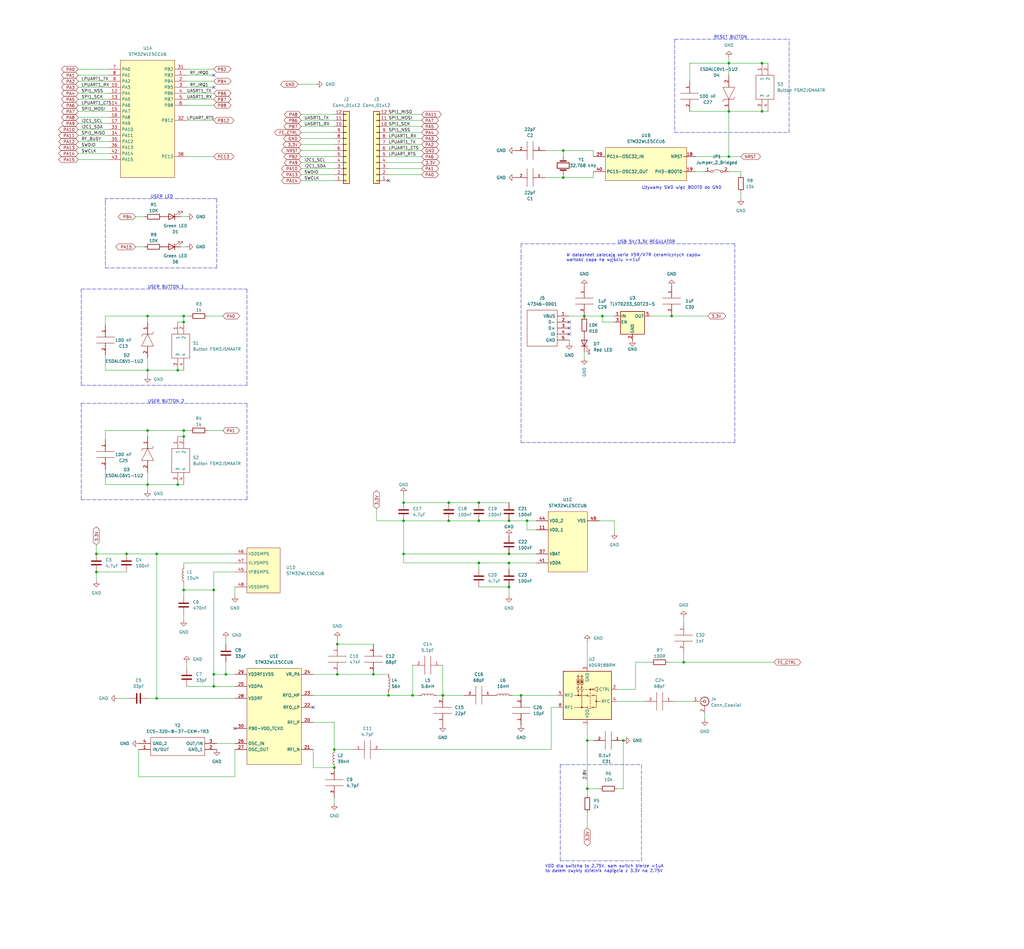
<source format=kicad_sch>
(kicad_sch (version 20211123) (generator eeschema)
  (paper "User" 431.8 400.406)
  (junction (at 307.34 26.67))
  (junction (at 173.99 293.37))
  (junction (at 219.71 293.37))
  (junction (at 74.93 204.47))
  (junction (at 90.17 248.92))
  (junction (at 62.23 181.61))
  (junction (at 214.63 237.49))
  (junction (at 77.47 184.15))
  (junction (at 77.47 135.89))
  (junction (at 66.04 294.64))
  (junction (at 237.49 63.5))
  (junction (at 142.24 284.48))
  (junction (at 307.34 46.99))
  (junction (at 214.63 233.68))
  (junction (at 214.63 219.71))
  (junction (at 62.23 204.47))
  (junction (at 90.17 284.48))
  (junction (at 140.97 316.23))
  (junction (at 189.23 212.09))
  (junction (at 186.69 293.37))
  (junction (at 262.89 312.42))
  (junction (at 254 133.35))
  (junction (at 321.31 46.99))
  (junction (at 77.47 181.61))
  (junction (at 77.47 133.35))
  (junction (at 321.31 26.67))
  (junction (at 40.64 241.3))
  (junction (at 163.83 293.37))
  (junction (at 62.23 133.35))
  (junction (at 142.24 271.78))
  (junction (at 66.04 233.68))
  (junction (at 288.29 279.4))
  (junction (at 77.47 248.92))
  (junction (at 283.21 133.35))
  (junction (at 189.23 219.71))
  (junction (at 140.97 323.85))
  (junction (at 53.34 233.68))
  (junction (at 157.48 284.48))
  (junction (at 74.93 156.21))
  (junction (at 170.18 212.09))
  (junction (at 214.63 247.65))
  (junction (at 62.23 156.21))
  (junction (at 90.17 289.56))
  (junction (at 95.25 284.48))
  (junction (at 170.18 233.68))
  (junction (at 222.25 219.71))
  (junction (at 201.93 212.09))
  (junction (at 246.38 133.35))
  (junction (at 40.64 233.68))
  (junction (at 247.65 312.42))
  (junction (at 307.34 66.04))
  (junction (at 201.93 219.71))
  (junction (at 170.18 219.71))
  (junction (at 237.49 74.93))
  (junction (at 247.65 332.74))
  (junction (at 201.93 237.49))
  (no_connect (at 163.83 76.2))
  (no_connect (at 240.03 135.89))
  (no_connect (at 132.08 298.45))
  (no_connect (at 99.06 307.34))
  (no_connect (at 240.03 138.43))
  (no_connect (at 240.03 140.97))
  (no_connect (at 90.17 31.75))
  (no_connect (at 90.17 36.83))
  (wire (pts (xy 170.18 219.71) (xy 189.23 219.71)))
  (wire (pts (xy 232.41 298.45) (xy 232.41 316.23)))
  (wire (pts (xy 247.65 270.51) (xy 247.65 280.67)))
  (wire (pts (xy 62.23 151.13) (xy 62.23 156.21)))
  (wire (pts (xy 127 55.88) (xy 140.97 55.88)))
  (wire (pts (xy 87.63 181.61) (xy 93.98 181.61)))
  (wire (pts (xy 226.06 223.52) (xy 222.25 223.52)))
  (wire (pts (xy 307.34 46.99) (xy 321.31 46.99)))
  (wire (pts (xy 158.75 219.71) (xy 170.18 219.71)))
  (wire (pts (xy 254 133.35) (xy 254 135.89)))
  (wire (pts (xy 189.23 219.71) (xy 201.93 219.71)))
  (wire (pts (xy 163.83 58.42) (xy 177.8 58.42)))
  (wire (pts (xy 40.64 233.68) (xy 53.34 233.68)))
  (wire (pts (xy 62.23 181.61) (xy 77.47 181.61)))
  (wire (pts (xy 90.17 29.21) (xy 78.74 29.21)))
  (wire (pts (xy 40.64 229.87) (xy 40.64 233.68)))
  (polyline (pts (xy 236.22 322.58) (xy 270.51 322.58)))
  (wire (pts (xy 127 68.58) (xy 140.97 68.58)))
  (polyline (pts (xy 34.29 210.82) (xy 104.14 210.82)))
  (wire (pts (xy 247.65 332.74) (xy 247.65 335.28)))
  (polyline (pts (xy 91.44 113.03) (xy 91.44 83.82)))
  (polyline (pts (xy 270.51 363.22) (xy 270.51 322.58)))
  (wire (pts (xy 132.08 323.85) (xy 140.97 323.85)))
  (wire (pts (xy 260.35 295.91) (xy 271.78 295.91)))
  (wire (pts (xy 62.23 199.39) (xy 62.23 204.47)))
  (wire (pts (xy 33.02 57.15) (xy 45.72 57.15)))
  (wire (pts (xy 127 50.8) (xy 140.97 50.8)))
  (wire (pts (xy 78.74 289.56) (xy 90.17 289.56)))
  (wire (pts (xy 33.02 39.37) (xy 45.72 39.37)))
  (polyline (pts (xy 34.29 121.92) (xy 104.14 121.92)))
  (polyline (pts (xy 34.29 121.92) (xy 34.29 162.56)))
  (wire (pts (xy 33.02 49.53) (xy 45.72 49.53)))
  (wire (pts (xy 312.42 72.39) (xy 312.42 73.66)))
  (wire (pts (xy 77.47 133.35) (xy 77.47 135.89)))
  (wire (pts (xy 99.06 316.23) (xy 99.06 327.66)))
  (wire (pts (xy 78.74 279.4) (xy 78.74 281.94)))
  (polyline (pts (xy 44.45 83.82) (xy 44.45 85.09)))
  (wire (pts (xy 95.25 284.48) (xy 90.17 284.48)))
  (wire (pts (xy 66.04 294.64) (xy 66.04 233.68)))
  (wire (pts (xy 170.18 233.68) (xy 170.18 219.71)))
  (wire (pts (xy 170.18 212.09) (xy 189.23 212.09)))
  (wire (pts (xy 163.83 66.04) (xy 177.8 66.04)))
  (wire (pts (xy 62.23 133.35) (xy 62.23 135.89)))
  (wire (pts (xy 33.02 31.75) (xy 45.72 31.75)))
  (wire (pts (xy 173.99 280.67) (xy 173.99 293.37)))
  (wire (pts (xy 74.93 156.21) (xy 77.47 156.21)))
  (wire (pts (xy 293.37 66.04) (xy 307.34 66.04)))
  (wire (pts (xy 260.35 332.74) (xy 262.89 332.74)))
  (wire (pts (xy 90.17 241.3) (xy 90.17 248.92)))
  (wire (pts (xy 250.19 72.39) (xy 250.19 74.93)))
  (wire (pts (xy 237.49 74.93) (xy 229.87 74.93)))
  (wire (pts (xy 95.25 269.24) (xy 95.25 271.78)))
  (wire (pts (xy 252.73 332.74) (xy 247.65 332.74)))
  (wire (pts (xy 307.34 46.99) (xy 307.34 66.04)))
  (wire (pts (xy 90.17 50.8) (xy 78.74 50.8)))
  (wire (pts (xy 125.73 35.56) (xy 133.35 35.56)))
  (polyline (pts (xy 34.29 170.18) (xy 34.29 210.82)))
  (wire (pts (xy 127 71.12) (xy 140.97 71.12)))
  (wire (pts (xy 78.74 44.45) (xy 90.17 44.45)))
  (wire (pts (xy 66.04 233.68) (xy 99.06 233.68)))
  (wire (pts (xy 161.29 316.23) (xy 232.41 316.23)))
  (wire (pts (xy 288.29 260.35) (xy 288.29 262.89)))
  (polyline (pts (xy 284.48 55.88) (xy 332.74 55.88)))
  (wire (pts (xy 140.97 316.23) (xy 140.97 304.8)))
  (wire (pts (xy 247.65 312.42) (xy 247.65 332.74)))
  (wire (pts (xy 57.15 104.14) (xy 60.96 104.14)))
  (wire (pts (xy 44.45 204.47) (xy 44.45 198.12)))
  (wire (pts (xy 62.23 156.21) (xy 74.93 156.21)))
  (wire (pts (xy 127 66.04) (xy 140.97 66.04)))
  (wire (pts (xy 90.17 39.37) (xy 78.74 39.37)))
  (wire (pts (xy 53.34 241.3) (xy 40.64 241.3)))
  (wire (pts (xy 163.83 50.8) (xy 177.8 50.8)))
  (wire (pts (xy 87.63 133.35) (xy 93.98 133.35)))
  (wire (pts (xy 99.06 241.3) (xy 90.17 241.3)))
  (wire (pts (xy 170.18 208.28) (xy 170.18 212.09)))
  (wire (pts (xy 240.03 133.35) (xy 246.38 133.35)))
  (polyline (pts (xy 219.71 102.87) (xy 219.71 107.95)))
  (wire (pts (xy 95.25 279.4) (xy 95.25 284.48)))
  (wire (pts (xy 163.83 63.5) (xy 177.8 63.5)))
  (wire (pts (xy 247.65 342.9) (xy 247.65 349.25)))
  (wire (pts (xy 170.18 237.49) (xy 170.18 233.68)))
  (wire (pts (xy 90.17 36.83) (xy 78.74 36.83)))
  (wire (pts (xy 90.17 34.29) (xy 78.74 34.29)))
  (wire (pts (xy 163.83 53.34) (xy 177.8 53.34)))
  (wire (pts (xy 78.74 91.44) (xy 76.2 91.44)))
  (wire (pts (xy 40.64 241.3) (xy 40.64 245.11)))
  (polyline (pts (xy 219.71 107.95) (xy 219.71 186.69)))
  (wire (pts (xy 44.45 204.47) (xy 62.23 204.47)))
  (wire (pts (xy 201.93 219.71) (xy 214.63 219.71)))
  (polyline (pts (xy 44.45 85.09) (xy 44.45 113.03)))
  (wire (pts (xy 44.45 156.21) (xy 62.23 156.21)))
  (wire (pts (xy 33.02 67.31) (xy 45.72 67.31)))
  (wire (pts (xy 237.49 66.04) (xy 237.49 63.5)))
  (wire (pts (xy 74.93 184.15) (xy 77.47 184.15)))
  (wire (pts (xy 90.17 284.48) (xy 90.17 248.92)))
  (wire (pts (xy 259.08 219.71) (xy 259.08 224.79)))
  (wire (pts (xy 127 73.66) (xy 140.97 73.66)))
  (wire (pts (xy 214.63 219.71) (xy 222.25 219.71)))
  (wire (pts (xy 163.83 55.88) (xy 177.8 55.88)))
  (wire (pts (xy 140.97 304.8) (xy 132.08 304.8)))
  (wire (pts (xy 33.02 29.21) (xy 45.72 29.21)))
  (wire (pts (xy 78.74 104.14) (xy 76.2 104.14)))
  (wire (pts (xy 62.23 156.21) (xy 62.23 158.75)))
  (wire (pts (xy 127 76.2) (xy 140.97 76.2)))
  (wire (pts (xy 312.42 81.28) (xy 312.42 83.82)))
  (polyline (pts (xy 284.48 16.51) (xy 332.74 16.51)))
  (wire (pts (xy 53.34 233.68) (xy 66.04 233.68)))
  (wire (pts (xy 290.83 46.99) (xy 307.34 46.99)))
  (wire (pts (xy 247.65 312.42) (xy 250.19 312.42)))
  (wire (pts (xy 163.83 71.12) (xy 177.8 71.12)))
  (wire (pts (xy 127 60.96) (xy 140.97 60.96)))
  (wire (pts (xy 250.19 66.04) (xy 250.19 63.5)))
  (wire (pts (xy 307.34 66.04) (xy 312.42 66.04)))
  (wire (pts (xy 297.18 303.53) (xy 297.18 300.99)))
  (wire (pts (xy 288.29 279.4) (xy 288.29 275.59)))
  (wire (pts (xy 99.06 284.48) (xy 95.25 284.48)))
  (wire (pts (xy 142.24 284.48) (xy 157.48 284.48)))
  (wire (pts (xy 321.31 46.99) (xy 323.85 46.99)))
  (wire (pts (xy 132.08 284.48) (xy 142.24 284.48)))
  (wire (pts (xy 274.32 133.35) (xy 283.21 133.35)))
  (wire (pts (xy 186.69 293.37) (xy 195.58 293.37)))
  (wire (pts (xy 44.45 156.21) (xy 44.45 149.86)))
  (wire (pts (xy 33.02 64.77) (xy 45.72 64.77)))
  (wire (pts (xy 226.06 237.49) (xy 214.63 237.49)))
  (wire (pts (xy 77.47 181.61) (xy 77.47 184.15)))
  (polyline (pts (xy 219.71 186.69) (xy 309.88 186.69)))
  (wire (pts (xy 99.06 247.65) (xy 99.06 251.46)))
  (wire (pts (xy 215.9 293.37) (xy 219.71 293.37)))
  (wire (pts (xy 77.47 246.38) (xy 77.47 248.92)))
  (wire (pts (xy 77.47 259.08) (xy 77.47 261.62)))
  (wire (pts (xy 77.47 133.35) (xy 80.01 133.35)))
  (wire (pts (xy 284.48 295.91) (xy 292.1 295.91)))
  (wire (pts (xy 237.49 63.5) (xy 250.19 63.5)))
  (wire (pts (xy 321.31 26.67) (xy 323.85 26.67)))
  (wire (pts (xy 78.74 66.04) (xy 90.17 66.04)))
  (wire (pts (xy 281.94 279.4) (xy 288.29 279.4)))
  (wire (pts (xy 74.93 135.89) (xy 77.47 135.89)))
  (wire (pts (xy 33.02 62.23) (xy 45.72 62.23)))
  (wire (pts (xy 163.83 73.66) (xy 177.8 73.66)))
  (wire (pts (xy 189.23 212.09) (xy 201.93 212.09)))
  (wire (pts (xy 49.53 294.64) (xy 54.61 294.64)))
  (wire (pts (xy 91.44 313.69) (xy 99.06 313.69)))
  (wire (pts (xy 214.63 233.68) (xy 170.18 233.68)))
  (wire (pts (xy 246.38 133.35) (xy 254 133.35)))
  (polyline (pts (xy 236.22 363.22) (xy 270.51 363.22)))
  (wire (pts (xy 288.29 279.4) (xy 326.39 279.4)))
  (wire (pts (xy 33.02 34.29) (xy 45.72 34.29)))
  (wire (pts (xy 132.08 316.23) (xy 132.08 323.85)))
  (wire (pts (xy 157.48 284.48) (xy 163.83 284.48)))
  (wire (pts (xy 44.45 181.61) (xy 62.23 181.61)))
  (wire (pts (xy 99.06 294.64) (xy 66.04 294.64)))
  (polyline (pts (xy 332.74 55.88) (xy 332.74 16.51)))
  (wire (pts (xy 240.03 143.51) (xy 240.03 144.78)))
  (polyline (pts (xy 284.48 16.51) (xy 284.48 55.88)))
  (wire (pts (xy 201.93 237.49) (xy 201.93 240.03)))
  (wire (pts (xy 142.24 271.78) (xy 157.48 271.78)))
  (wire (pts (xy 260.35 290.83) (xy 267.97 290.83)))
  (wire (pts (xy 214.63 237.49) (xy 201.93 237.49)))
  (wire (pts (xy 58.42 327.66) (xy 58.42 316.23)))
  (wire (pts (xy 140.97 316.23) (xy 148.59 316.23)))
  (polyline (pts (xy 34.29 162.56) (xy 104.14 162.56)))
  (wire (pts (xy 201.93 237.49) (xy 170.18 237.49)))
  (wire (pts (xy 33.02 36.83) (xy 45.72 36.83)))
  (wire (pts (xy 74.93 204.47) (xy 77.47 204.47)))
  (wire (pts (xy 237.49 74.93) (xy 237.49 73.66)))
  (wire (pts (xy 99.06 289.56) (xy 90.17 289.56)))
  (wire (pts (xy 77.47 237.49) (xy 99.06 237.49)))
  (wire (pts (xy 290.83 34.29) (xy 290.83 26.67)))
  (wire (pts (xy 90.17 289.56) (xy 90.17 284.48)))
  (wire (pts (xy 186.69 280.67) (xy 186.69 293.37)))
  (wire (pts (xy 307.34 24.13) (xy 307.34 26.67)))
  (wire (pts (xy 214.63 237.49) (xy 214.63 240.03)))
  (wire (pts (xy 90.17 41.91) (xy 78.74 41.91)))
  (wire (pts (xy 214.63 247.65) (xy 214.63 251.46)))
  (wire (pts (xy 77.47 181.61) (xy 80.01 181.61)))
  (wire (pts (xy 33.02 54.61) (xy 45.72 54.61)))
  (wire (pts (xy 237.49 63.5) (xy 229.87 63.5)))
  (wire (pts (xy 77.47 237.49) (xy 77.47 238.76)))
  (wire (pts (xy 173.99 293.37) (xy 176.53 293.37)))
  (wire (pts (xy 201.93 247.65) (xy 214.63 247.65)))
  (polyline (pts (xy 34.29 170.18) (xy 104.14 170.18)))
  (wire (pts (xy 158.75 214.63) (xy 158.75 219.71)))
  (wire (pts (xy 62.23 294.64) (xy 66.04 294.64)))
  (wire (pts (xy 163.83 293.37) (xy 173.99 293.37)))
  (wire (pts (xy 163.83 48.26) (xy 177.8 48.26)))
  (wire (pts (xy 201.93 212.09) (xy 214.63 212.09)))
  (wire (pts (xy 62.23 181.61) (xy 62.23 184.15)))
  (wire (pts (xy 254 133.35) (xy 259.08 133.35)))
  (wire (pts (xy 222.25 219.71) (xy 226.06 219.71)))
  (wire (pts (xy 252.73 219.71) (xy 259.08 219.71)))
  (wire (pts (xy 33.02 59.69) (xy 45.72 59.69)))
  (wire (pts (xy 237.49 74.93) (xy 250.19 74.93)))
  (wire (pts (xy 163.83 292.1) (xy 163.83 293.37)))
  (wire (pts (xy 62.23 204.47) (xy 74.93 204.47)))
  (wire (pts (xy 259.08 135.89) (xy 254 135.89)))
  (wire (pts (xy 262.89 332.74) (xy 262.89 312.42)))
  (wire (pts (xy 33.02 46.99) (xy 45.72 46.99)))
  (wire (pts (xy 246.38 151.13) (xy 246.38 148.59)))
  (polyline (pts (xy 104.14 210.82) (xy 104.14 170.18)))
  (wire (pts (xy 307.34 26.67) (xy 321.31 26.67)))
  (wire (pts (xy 142.24 269.24) (xy 142.24 271.78)))
  (wire (pts (xy 62.23 133.35) (xy 77.47 133.35)))
  (wire (pts (xy 267.97 290.83) (xy 267.97 279.4)))
  (wire (pts (xy 222.25 223.52) (xy 222.25 219.71)))
  (wire (pts (xy 290.83 26.67) (xy 307.34 26.67)))
  (wire (pts (xy 127 58.42) (xy 140.97 58.42)))
  (wire (pts (xy 140.97 336.55) (xy 140.97 339.09)))
  (wire (pts (xy 33.02 44.45) (xy 45.72 44.45)))
  (wire (pts (xy 99.06 327.66) (xy 58.42 327.66)))
  (wire (pts (xy 214.63 233.68) (xy 226.06 233.68)))
  (wire (pts (xy 90.17 248.92) (xy 77.47 248.92)))
  (wire (pts (xy 33.02 41.91) (xy 45.72 41.91)))
  (wire (pts (xy 132.08 293.37) (xy 163.83 293.37)))
  (polyline (pts (xy 309.88 102.87) (xy 219.71 102.87)))
  (wire (pts (xy 307.34 26.67) (xy 307.34 31.75)))
  (wire (pts (xy 127 53.34) (xy 140.97 53.34)))
  (wire (pts (xy 57.15 91.44) (xy 60.96 91.44)))
  (polyline (pts (xy 44.45 113.03) (xy 91.44 113.03)))
  (wire (pts (xy 62.23 204.47) (xy 62.23 207.01)))
  (wire (pts (xy 163.83 60.96) (xy 177.8 60.96)))
  (wire (pts (xy 307.34 72.39) (xy 312.42 72.39)))
  (polyline (pts (xy 104.14 162.56) (xy 104.14 121.92)))
  (polyline (pts (xy 91.44 83.82) (xy 44.45 83.82)))
  (polyline (pts (xy 309.88 186.69) (xy 309.88 102.87)))
  (wire (pts (xy 90.17 31.75) (xy 78.74 31.75)))
  (wire (pts (xy 267.97 279.4) (xy 274.32 279.4)))
  (wire (pts (xy 44.45 185.42) (xy 44.45 181.61)))
  (wire (pts (xy 247.65 306.07) (xy 247.65 312.42)))
  (wire (pts (xy 127 63.5) (xy 140.97 63.5)))
  (wire (pts (xy 77.47 248.92) (xy 77.47 251.46)))
  (wire (pts (xy 184.15 293.37) (xy 186.69 293.37)))
  (wire (pts (xy 234.95 298.45) (xy 232.41 298.45)))
  (wire (pts (xy 283.21 133.35) (xy 298.45 133.35)))
  (wire (pts (xy 127 48.26) (xy 140.97 48.26)))
  (wire (pts (xy 44.45 137.16) (xy 44.45 133.35)))
  (wire (pts (xy 163.83 68.58) (xy 177.8 68.58)))
  (wire (pts (xy 293.37 72.39) (xy 297.18 72.39)))
  (wire (pts (xy 44.45 133.35) (xy 62.23 133.35)))
  (wire (pts (xy 33.02 52.07) (xy 45.72 52.07)))
  (wire (pts (xy 219.71 293.37) (xy 234.95 293.37)))
  (polyline (pts (xy 236.22 322.58) (xy 236.22 363.22)))
  (text "W datasheet zalecają serie X5R/X7R ceramicznych capów\nwartość capa na wyjściu >=1uF" (at 238.76 110.49 0) (effects (font (size 1.27 1.27)) (justify left bottom)))
  (text "Używamy SWD więc BOOT0 do GND" (at 270.51 80.01 0) (effects (font (size 1.27 1.27)) (justify left bottom)))
  (text "USER BUTTON 2\n" (at 62.23 170.18 0) (effects (font (size 1.27 1.27)) (justify left bottom)))
  (text "RESET BUTTON" (at 300.99 16.51 0) (effects (font (size 1.27 1.27)) (justify left bottom)))
  (text "USER LED" (at 63.5 83.82 0) (effects (font (size 1.27 1.27)) (justify left bottom)))
  (text "USB 5V/3.3V REGULATOR" (at 260.35 102.87 0) (effects (font (size 1.27 1.27)) (justify left bottom)))
  (text "USER BUTTON 1\n" (at 62.23 121.92 0) (effects (font (size 1.27 1.27)) (justify left bottom)))
  (text "VDD dla switcha to 2.75V, sam switch bierze <1uA\nto dałem zwykły dzielnik napięcia z 3.3V na 2.75V" (at 229.87 368.3 0) (effects (font (size 1.27 1.27)) (justify left bottom)))
  (label "I2C1_SDA" (at 34.29 54.61 0))
  (label "LPUART1_CTS" (at 34.29 44.45 0))
  (label "LPUART1_TX" (at 163.83 60.96 0))
  (label "LPUART1_CTS" (at 163.83 63.5 0))
  (label "SWCLK" (at 34.29 64.77 0))
  (label "LPUART_RTS" (at 163.83 66.04 0))
  (label "SPI1_MOSI" (at 163.83 50.8 0))
  (label "RF_IRQ0" (at 80.01 31.75 0))
  (label "LPUART1_RX" (at 34.29 36.83 0))
  (label "SPI1_SCK" (at 163.83 53.34 0))
  (label "UASRT1_RX" (at 78.74 41.91 0))
  (label "SPI1_MISO" (at 163.83 48.26 0))
  (label "SPI1_NSS" (at 163.83 55.88 0))
  (label "SWDIO" (at 128.27 73.66 0))
  (label "SWCLK" (at 128.27 76.2 0))
  (label "I2C1_SCL" (at 128.27 68.58 0))
  (label "LPUART_RTS" (at 78.74 50.8 0))
  (label "SPI1_MISO" (at 34.29 57.15 0))
  (label "LPUART1_TX" (at 34.29 34.29 0))
  (label "SPI1_MOSI" (at 34.29 46.99 0))
  (label "LPUART1_RX" (at 163.83 58.42 0))
  (label "2.8V" (at 247.65 328.93 90))
  (label "I2C1_SDA" (at 128.377 71.12 0))
  (label "I2C1_SCL" (at 34.29 52.07 0))
  (label "RF_BUSY" (at 34.29 59.69 0))
  (label "SPI1_SCK" (at 34.29 41.91 0))
  (label "UASRT1_TX" (at 78.74 39.37 0))
  (label "UASRT1_TX" (at 128.27 50.8 0))
  (label "SWDIO" (at 34.29 62.23 0))
  (label "SPI1_NSS" (at 34.29 39.37 0))
  (label "RF_IRQ1" (at 80.01 36.83 0))
  (label "UASRT1_RX" (at 128.27 53.34 0))
  (global_label "PA0" (shape bidirectional) (at 33.02 29.21 180) (property "Intersheet References" "${INTERSHEET_REFS}" (effects hide)))
  (global_label "PA5" (shape bidirectional) (at 177.8 53.34 0) (property "Intersheet References" "${INTERSHEET_REFS}" (effects hide)))
  (global_label "PB4" (shape bidirectional) (at 90.17 34.29 0) (property "Intersheet References" "${INTERSHEET_REFS}" (effects hide)))
  (global_label "PA0" (shape bidirectional) (at 93.98 133.35 0) (property "Intersheet References" "${INTERSHEET_REFS}" (effects hide)))
  (global_label "PB8" (shape bidirectional) (at 90.17 44.45 0) (property "Intersheet References" "${INTERSHEET_REFS}" (effects hide)))
  (global_label "PA4" (shape bidirectional) (at 177.8 55.88 0) (property "Intersheet References" "${INTERSHEET_REFS}" (effects hide)))
  (global_label "PA9" (shape bidirectional) (at 127 68.58 180) (property "Intersheet References" "${INTERSHEET_REFS}" (effects hide)))
  (global_label "NRST" (shape bidirectional) (at 312.42 66.04 0) (property "Intersheet References" "${INTERSHEET_REFS}" (effects hide)))
  (global_label "PA12" (shape bidirectional) (at 33.02 59.69 180) (property "Intersheet References" "${INTERSHEET_REFS}" (effects hide)))
  (global_label "PB7" (shape bidirectional) (at 127 53.34 180) (property "Intersheet References" "${INTERSHEET_REFS}" (effects hide)))
  (global_label "PA10" (shape bidirectional) (at 127 71.12 180) (property "Intersheet References" "${INTERSHEET_REFS}" (effects hide)))
  (global_label "PB2" (shape bidirectional) (at 127 66.04 180) (property "Intersheet References" "${INTERSHEET_REFS}" (effects hide)))
  (global_label "PB2" (shape bidirectional) (at 90.17 29.21 0) (property "Intersheet References" "${INTERSHEET_REFS}" (effects hide)))
  (global_label "PA4" (shape bidirectional) (at 33.02 39.37 180) (property "Intersheet References" "${INTERSHEET_REFS}" (effects hide)))
  (global_label "PA7" (shape bidirectional) (at 33.02 46.99 180) (property "Intersheet References" "${INTERSHEET_REFS}" (effects hide)))
  (global_label "FE_CTRL" (shape bidirectional) (at 127 55.88 180) (property "Intersheet References" "${INTERSHEET_REFS}" (effects hide)))
  (global_label "PA10" (shape bidirectional) (at 33.02 54.61 180) (property "Intersheet References" "${INTERSHEET_REFS}" (effects hide)))
  (global_label "PB6" (shape bidirectional) (at 127 50.8 180) (property "Intersheet References" "${INTERSHEET_REFS}" (effects hide)))
  (global_label "PA9" (shape bidirectional) (at 33.02 52.07 180) (property "Intersheet References" "${INTERSHEET_REFS}" (effects hide)))
  (global_label "PA7" (shape bidirectional) (at 177.8 50.8 0) (property "Intersheet References" "${INTERSHEET_REFS}" (effects hide)))
  (global_label "PA1" (shape bidirectional) (at 177.8 71.12 0) (property "Intersheet References" "${INTERSHEET_REFS}" (effects hide)))
  (global_label "PA3" (shape bidirectional) (at 177.8 58.42 0) (property "Intersheet References" "${INTERSHEET_REFS}" (effects hide)))
  (global_label "PC13" (shape bidirectional) (at 90.17 66.04 0) (property "Intersheet References" "${INTERSHEET_REFS}" (effects hide)))
  (global_label "PA6" (shape bidirectional) (at 177.8 66.04 0) (property "Intersheet References" "${INTERSHEET_REFS}" (effects hide)))
  (global_label "PA13" (shape bidirectional) (at 127 73.66 180) (property "Intersheet References" "${INTERSHEET_REFS}" (effects hide)))
  (global_label "PA1" (shape bidirectional) (at 33.02 31.75 180) (property "Intersheet References" "${INTERSHEET_REFS}" (effects hide)))
  (global_label "PA14" (shape bidirectional) (at 33.02 64.77 180) (property "Intersheet References" "${INTERSHEET_REFS}" (effects hide)))
  (global_label "PA8" (shape bidirectional) (at 127 48.26 180) (property "Intersheet References" "${INTERSHEET_REFS}" (effects hide)))
  (global_label "PB12" (shape bidirectional) (at 90.17 50.8 0) (property "Intersheet References" "${INTERSHEET_REFS}" (effects hide)))
  (global_label "3.3V" (shape bidirectional) (at 158.75 214.63 90) (property "Intersheet References" "${INTERSHEET_REFS}" (effects hide)))
  (global_label "PA14" (shape bidirectional) (at 127 76.2 180) (property "Intersheet References" "${INTERSHEET_REFS}" (effects hide)))
  (global_label "PA3" (shape bidirectional) (at 33.02 36.83 180) (property "Intersheet References" "${INTERSHEET_REFS}" (effects hide)))
  (global_label "3.3V" (shape bidirectional) (at 127 60.96 180) (property "Intersheet References" "${INTERSHEET_REFS}" (effects hide)))
  (global_label "PA13" (shape bidirectional) (at 33.02 62.23 180) (property "Intersheet References" "${INTERSHEET_REFS}" (effects hide)))
  (global_label "PA2" (shape bidirectional) (at 177.8 60.96 0) (property "Intersheet References" "${INTERSHEET_REFS}" (effects hide)))
  (global_label "PA15" (shape bidirectional) (at 33.02 67.31 180) (property "Intersheet References" "${INTERSHEET_REFS}" (effects hide)))
  (global_label "PB4" (shape bidirectional) (at 57.15 91.44 180) (property "Intersheet References" "${INTERSHEET_REFS}" (effects hide)))
  (global_label "PA11" (shape bidirectional) (at 33.02 57.15 180) (property "Intersheet References" "${INTERSHEET_REFS}" (effects hide)))
  (global_label "PB6" (shape bidirectional) (at 90.17 39.37 0) (property "Intersheet References" "${INTERSHEET_REFS}" (effects hide)))
  (global_label "GND" (shape bidirectional) (at 125.73 35.56 180) (property "Intersheet References" "${INTERSHEET_REFS}" (effects hide)))
  (global_label "NRST" (shape bidirectional) (at 127 63.5 180) (property "Intersheet References" "${INTERSHEET_REFS}" (effects hide)))
  (global_label "GND" (shape bidirectional) (at 127 58.42 180) (property "Intersheet References" "${INTERSHEET_REFS}" (effects hide)))
  (global_label "3.3V" (shape bidirectional) (at 247.65 349.25 270) (property "Intersheet References" "${INTERSHEET_REFS}" (effects hide)))
  (global_label "3.3V" (shape bidirectional) (at 177.8 68.58 0) (property "Intersheet References" "${INTERSHEET_REFS}" (effects hide)))
  (global_label "PA0" (shape bidirectional) (at 177.8 73.66 0) (property "Intersheet References" "${INTERSHEET_REFS}" (effects hide)))
  (global_label "PA2" (shape bidirectional) (at 33.02 34.29 180) (property "Intersheet References" "${INTERSHEET_REFS}" (effects hide)))
  (global_label "GND" (shape bidirectional) (at 177.8 63.5 0) (property "Intersheet References" "${INTERSHEET_REFS}" (effects hide)))
  (global_label "PA15" (shape bidirectional) (at 57.15 104.14 180) (property "Intersheet References" "${INTERSHEET_REFS}" (effects hide)))
  (global_label "PB7" (shape bidirectional) (at 90.17 41.91 0) (property "Intersheet References" "${INTERSHEET_REFS}" (effects hide)))
  (global_label "PA6" (shape bidirectional) (at 33.02 44.45 180) (property "Intersheet References" "${INTERSHEET_REFS}" (effects hide)))
  (global_label "FE_CTRL" (shape bidirectional) (at 326.39 279.4 0) (property "Intersheet References" "${INTERSHEET_REFS}" (effects hide)))
  (global_label "PA8" (shape bidirectional) (at 33.02 49.53 180) (property "Intersheet References" "${INTERSHEET_REFS}" (effects hide)))
  (global_label "PA11" (shape bidirectional) (at 177.8 48.26 0) (property "Intersheet References" "${INTERSHEET_REFS}" (effects hide)))
  (global_label "3.3V" (shape bidirectional) (at 40.64 229.87 90) (property "Intersheet References" "${INTERSHEET_REFS}" (effects hide)))
  (global_label "PA5" (shape bidirectional) (at 33.02 41.91 180) (property "Intersheet References" "${INTERSHEET_REFS}" (effects hide)))
  (global_label "3.3V" (shape bidirectional) (at 298.45 133.35 0) (property "Intersheet References" "${INTERSHEET_REFS}" (effects hide)))
  (global_label "PA1" (shape bidirectional) (at 93.98 181.61 0) (property "Intersheet References" "${INTERSHEET_REFS}" (effects hide)))
  (symbol (lib_id "pspice:CAP") (at 278.13 295.91 270) (unit 1)
    (property "Reference" "C24" (at 278.13 287.02 90))
    (property "Value" "68pF" (at 278.13 289.56 90))
    (property "Footprint" "Capacitor_SMD:C_0603_1608Metric_Pad1.08x0.95mm_HandSolder" (effects hide))
  )
  (symbol (lib_id "pspice:CAP") (at 44.45 143.51 0) (unit 1)
    (property "Reference" "C13" (at 52.07 146.05 0))
    (property "Value" "100 nF" (at 52.07 143.51 0))
    (property "Footprint" "Capacitor_SMD:C_0603_1608Metric_Pad1.08x0.95mm_HandSolder" (effects hide))
  )
  (symbol (lib_id "Device:LED") (at 246.38 144.78 90) (unit 1)
    (property "Reference" "D7" (at 250.19 145.0974 90) (effects (justify right)))
    (property "Value" "Red LED" (at 250.19 147.6374 90) (effects (justify right)))
    (property "Footprint" "LED_SMD:LED_0603_1608Metric_Pad1.05x0.95mm_HandSolder" (effects hide))
  )
  (symbol (lib_id "Device:R") (at 247.65 339.09 0) (unit 1)
    (property "Reference" "R5" (at 250.19 337.8199 0) (effects (justify left)))
    (property "Value" "2k" (at 250.19 340.3599 0) (effects (justify left)))
    (property "Footprint" "Resistor_SMD:R_0603_1608Metric_Pad0.98x0.95mm_HandSolder" (effects hide))
  )
  (symbol (lib_id "power:GND") (at 142.24 269.24 180) (unit 1)
    (property "Reference" "#PWR0133" (effects hide))
    (property "Value" "GND" (at 142.24 264.16 0))
  )
  (symbol (lib_id "pspice:CAP") (at 186.69 299.72 180) (unit 1)
    (property "Reference" "C15" (at 191.77 298.45 0) (effects (justify right)))
    (property "Value" "22pF" (at 191.77 300.9899 0) (effects (justify right)))
    (property "Footprint" "Capacitor_SMD:C_0603_1608Metric_Pad1.08x0.95mm_HandSolder" (effects hide))
  )
  (symbol (lib_id "power:GND") (at 133.35 35.56 90) (unit 1)
    (property "Reference" "#PWR0120" (effects hide))
    (property "Value" "GND" (at 137.16 35.5599 90) (effects (justify right)))
  )
  (symbol (lib_id "power:GND") (at 49.53 294.64 270) (unit 1)
    (property "Reference" "#PWR0107" (effects hide))
    (property "Value" "GND" (at 45.72 294.6399 90) (effects (justify right)))
  )
  (symbol (lib_id "Device:C") (at 214.63 243.84 0) (unit 1)
    (property "Reference" "C23" (at 218.44 242.5699 0) (effects (justify left)))
    (property "Value" "100nF" (at 218.44 245.1099 0) (effects (justify left)))
    (property "Footprint" "Capacitor_SMD:C_0603_1608Metric_Pad1.08x0.95mm_HandSolder" (effects hide))
  )
  (symbol (lib_id "STM32WL_lib:STM32WLE5CCU6") (at 251.46 60.96 0) (unit 2)
    (property "Reference" "U1" (at 272.415 57.15 0))
    (property "Value" "STM32WLE5CCU6" (at 272.415 59.69 0))
    (property "Footprint" "SamacSys_Parts:QFN50P700X700X60-49N-D" (effects hide))
  )
  (symbol (lib_id "Device:C") (at 214.63 229.87 0) (unit 1)
    (property "Reference" "C22" (at 218.44 228.5999 0) (effects (justify left)))
    (property "Value" "100nF" (at 218.44 231.1399 0) (effects (justify left)))
    (property "Footprint" "Capacitor_SMD:C_0603_1608Metric_Pad1.08x0.95mm_HandSolder" (effects hide))
  )
  (symbol (lib_id "power:GND") (at 307.34 24.13 180) (unit 1)
    (property "Reference" "#PWR0134" (effects hide))
    (property "Value" "GND" (at 307.34 19.05 0))
  )
  (symbol (lib_id "SamacSys_Parts:FSM2JSMAATR") (at 321.31 46.99 90) (unit 1)
    (property "Reference" "S3" (at 327.66 35.5599 90) (effects (justify right)))
    (property "Value" "Button FSM2JSMAATR" (at 327.66 38.0999 90) (effects (justify right)))
    (property "Footprint" "FSM2J_1" (effects hide))
    (property "Datasheet" "http://www.te.com/commerce/DocumentDelivery/DDEController?Action=showdoc&DocId=Customer+Drawing%7F2-1437565-7%7FV%7Fpdf%7FEnglish%7FENG_CD_2-1437565-7_V.pdf%7F2-1437565-9" (effects hide))
    (property "Description" "Tactile switch,SMT,SPST,raised white act" (effects hide))
    (property "Mouser Part Number" "506-FSM2JSMAATR" (effects hide))
    (property "Mouser Price/Stock" "https://www.mouser.co.uk/ProductDetail/TE-Connectivity-Alcoswitch/FSM2JSMAATR?qs=g%252BEszo6zu8MKdISiZRITCQ%3D%3D" (effects hide))
    (property "Manufacturer_Name" "TE Connectivity" (effects hide))
    (property "Manufacturer_Part_Number" "FSM2JSMAATR" (effects hide))
  )
  (symbol (lib_id "power:GND") (at 219.71 306.07 0) (unit 1)
    (property "Reference" "#PWR0132" (effects hide))
    (property "Value" "GND" (at 219.71 311.15 0))
  )
  (symbol (lib_id "Device:C") (at 40.64 237.49 0) (unit 1)
    (property "Reference" "C3" (at 44.45 236.2199 0) (effects (justify left)))
    (property "Value" "4.7uF" (at 44.45 238.7599 0) (effects (justify left)))
    (property "Footprint" "Capacitor_SMD:C_0603_1608Metric_Pad1.08x0.95mm_HandSolder" (effects hide))
  )
  (symbol (lib_id "pspice:CAP") (at 223.52 63.5 270) (unit 1)
    (property "Reference" "C2" (at 223.52 57.15 90))
    (property "Value" "22pF" (at 223.52 54.61 90))
    (property "Footprint" "Capacitor_SMD:CP_Elec_3x5.3" (effects hide))
  )
  (symbol (lib_id "power:GND") (at 240.03 144.78 0) (unit 1)
    (property "Reference" "#PWR0129" (effects hide))
    (property "Value" "GND" (at 240.03 149.86 0))
  )
  (symbol (lib_id "Device:C") (at 214.63 215.9 0) (unit 1)
    (property "Reference" "C21" (at 218.44 214.6299 0) (effects (justify left)))
    (property "Value" "100nF" (at 218.44 217.1699 0) (effects (justify left)))
    (property "Footprint" "Capacitor_SMD:C_0603_1608Metric_Pad1.08x0.95mm_HandSolder" (effects hide))
  )
  (symbol (lib_id "Device:R") (at 256.54 332.74 90) (unit 1)
    (property "Reference" "R6" (at 256.54 326.39 90))
    (property "Value" "10k" (at 256.54 328.93 90))
    (property "Footprint" "Resistor_SMD:R_0603_1608Metric_Pad0.98x0.95mm_HandSolder" (effects hide))
  )
  (symbol (lib_id "pspice:CAP") (at 288.29 269.24 0) (unit 1)
    (property "Reference" "C32" (at 293.37 267.9699 0) (effects (justify left)))
    (property "Value" "1nF" (at 293.37 270.5099 0) (effects (justify left)))
    (property "Footprint" "Capacitor_SMD:C_0603_1608Metric_Pad1.08x0.95mm_HandSolder" (effects hide))
  )
  (symbol (lib_id "Device:L") (at 163.83 288.29 0) (unit 1)
    (property "Reference" "L4" (at 165.1 287.0199 0) (effects (justify left)))
    (property "Value" "56n" (at 165.1 289.5599 0) (effects (justify left)))
    (property "Footprint" "Inductor_SMD:L_0603_1608Metric_Pad1.05x0.95mm_HandSolder" (effects hide))
  )
  (symbol (lib_id "STM32WL_lib:STM32WLE5CCU6") (at 90.17 228.6 0) (unit 4)
    (property "Reference" "U1" (at 120.65 239.3949 0) (effects (justify left)))
    (property "Value" "STM32WLE5CCU6" (at 120.65 241.9349 0) (effects (justify left)))
    (property "Footprint" "SamacSys_Parts:QFN50P700X700X60-49N-D" (effects hide))
  )
  (symbol (lib_id "power:GND") (at 262.89 312.42 90) (unit 1)
    (property "Reference" "#PWR0117" (effects hide))
    (property "Value" "GND" (at 266.7 312.4199 90) (effects (justify right)))
  )
  (symbol (lib_id "power:GND") (at 99.06 251.46 0) (unit 1)
    (property "Reference" "#PWR0111" (effects hide))
    (property "Value" "GND" (at 99.06 256.54 0))
  )
  (symbol (lib_id "Device:C") (at 201.93 215.9 0) (unit 1)
    (property "Reference" "C19" (at 205.74 214.6299 0) (effects (justify left)))
    (property "Value" "100nF" (at 205.74 217.1699 0) (effects (justify left)))
    (property "Footprint" "Capacitor_SMD:C_0603_1608Metric_Pad1.08x0.95mm_HandSolder" (effects hide))
  )
  (symbol (lib_id "SamacSys_Parts:ECS-320-8-37-CKM-TR3") (at 58.42 313.69 0) (unit 1)
    (property "Reference" "Y2" (at 74.93 306.07 0))
    (property "Value" "ECS-320-8-37-CKM-TR3" (at 74.93 308.61 0))
    (property "Footprint" "SamacSys_Parts:ECS320837CKMTR3" (effects hide))
    (property "Description" "Crystals 32.000 MHz, CL 8 pF TOL +/-10 ppm, STAB +/-10 ppm, -20 +70 C ECX-1637 2.0x1.6 mm ESR 60O RoHS" (effects hide))
    (property "Height" "0.55" (effects hide))
    (property "Mouser Part Number" "520-ECS-320837CKMTR3" (effects hide))
    (property "Mouser Price/Stock" "https://www.mouser.co.uk/ProductDetail/ECS/ECS-320-8-37-CKM-TR3?qs=Wj%2FVkw3K%252BMA6yOTc3kdDxg%3D%3D" (effects hide))
    (property "Manufacturer_Name" "ECS" (effects hide))
    (property "Manufacturer_Part_Number" "ECS-320-8-37-CKM-TR3" (effects hide))
  )
  (symbol (lib_id "pspice:CAP") (at 219.71 299.72 180) (unit 1)
    (property "Reference" "C26" (at 224.79 298.45 0) (effects (justify right)))
    (property "Value" "10pF" (at 224.79 300.9899 0) (effects (justify right)))
    (property "Footprint" "Capacitor_SMD:C_0603_1608Metric_Pad1.08x0.95mm_HandSolder" (effects hide))
  )
  (symbol (lib_id "pspice:CAP") (at 180.34 280.67 270) (unit 1)
    (property "Reference" "C14" (at 180.34 271.78 90))
    (property "Value" "5.1pF" (at 180.34 274.32 90))
    (property "Footprint" "Capacitor_SMD:C_0603_1608Metric_Pad1.08x0.95mm_HandSolder" (effects hide))
  )
  (symbol (lib_id "SamacSys_Parts:ESDALC6V1-1U2") (at 307.34 46.99 90) (unit 1)
    (property "Reference" "D4" (at 303.53 31.75 90) (effects (justify left)))
    (property "Value" "ESDALC6V1-1U2" (at 311.15 29.21 90) (effects (justify left)))
    (property "Footprint" "ESDALC6V11U2" (effects hide))
    (property "Datasheet" "http://www.st.com/web/en/resource/technical/document/datasheet/CD00212838.pdf" (effects hide))
    (property "Description" "STMicroelectronics ESDALC6V1-1U2, Uni-Directional TVS Diode, 20W, 2-Pin ST-0201" (effects hide))
    (property "Height" "0" (effects hide))
    (property "Mouser Part Number" "511-ESDALC6V1-1U2" (effects hide))
    (property "Mouser Price/Stock" "https://www.mouser.co.uk/ProductDetail/STMicroelectronics/ESDALC6V1-1U2?qs=dgCJ4P5xKlbGZPjlSTLhTA%3D%3D" (effects hide))
    (property "Manufacturer_Name" "STMicroelectronics" (effects hide))
    (property "Manufacturer_Part_Number" "ESDALC6V1-1U2" (effects hide))
  )
  (symbol (lib_id "Device:C") (at 189.23 215.9 0) (unit 1)
    (property "Reference" "C18" (at 193.04 214.6299 0) (effects (justify left)))
    (property "Value" "100nF" (at 193.04 217.1699 0) (effects (justify left)))
    (property "Footprint" "Capacitor_SMD:C_0603_1608Metric_Pad1.08x0.95mm_HandSolder" (effects hide))
  )
  (symbol (lib_id "Device:C") (at 170.18 215.9 0) (unit 1)
    (property "Reference" "C17" (at 173.99 214.6299 0) (effects (justify left)))
    (property "Value" "4.7uF" (at 173.99 217.1699 0) (effects (justify left)))
    (property "Footprint" "Capacitor_SMD:C_0603_1608Metric_Pad1.08x0.95mm_HandSolder" (effects hide))
  )
  (symbol (lib_id "pspice:CAP") (at 201.93 293.37 270) (unit 1)
    (property "Reference" "C16" (at 201.93 284.48 90))
    (property "Value" "68pF" (at 201.93 287.02 90))
    (property "Footprint" "Capacitor_SMD:C_0603_1608Metric_Pad1.08x0.95mm_HandSolder" (effects hide))
  )
  (symbol (lib_id "Regulator_Linear:TLV70233_SOT23-5") (at 266.7 135.89 0) (unit 1)
    (property "Reference" "U3" (at 266.7 125.73 0))
    (property "Value" "TLV70233_SOT23-5" (at 266.7 128.27 0))
    (property "Footprint" "Package_TO_SOT_SMD:SOT-23-5" (effects hide))
    (property "Datasheet" "http://www.ti.com/lit/ds/symlink/tlv702.pdf" (effects hide))
  )
  (symbol (lib_id "Device:L") (at 77.47 242.57 180) (unit 1)
    (property "Reference" "L1" (at 78.74 241.2999 0) (effects (justify right)))
    (property "Value" "15uH" (at 78.74 243.8399 0) (effects (justify right)))
    (property "Footprint" "Inductor_SMD:L_0603_1608Metric_Pad1.05x0.95mm_HandSolder" (effects hide))
  )
  (symbol (lib_id "Device:C") (at 58.42 294.64 270) (unit 1)
    (property "Reference" "C5" (at 58.42 287.02 90))
    (property "Value" "33pF" (at 58.42 289.56 90))
    (property "Footprint" "Capacitor_SMD:C_0603_1608Metric_Pad1.08x0.95mm_HandSolder" (effects hide))
  )
  (symbol (lib_id "power:GND") (at 217.17 74.93 270) (unit 1)
    (property "Reference" "#PWR0103" (effects hide))
    (property "Value" "GND" (at 213.36 74.9301 90) (effects (justify right)))
  )
  (symbol (lib_id "power:GND") (at 58.42 313.69 270) (unit 1)
    (property "Reference" "#PWR0104" (effects hide))
    (property "Value" "GND" (at 54.61 313.6899 90) (effects (justify right)))
  )
  (symbol (lib_id "Connector:Conn_Coaxial") (at 297.18 295.91 0) (unit 1)
    (property "Reference" "J4" (at 299.72 294.9331 0) (effects (justify left)))
    (property "Value" "Conn_Coaxial" (at 299.72 297.4731 0) (effects (justify left)))
    (property "Footprint" "Connector_Coaxial:SMA_Molex_73251-1153_EdgeMount_Horizontal" (effects hide))
    (property "Datasheet" " ~" (effects hide))
  )
  (symbol (lib_id "Device:LED") (at 72.39 104.14 180) (unit 1)
    (property "Reference" "D6" (at 73.9775 110.49 0))
    (property "Value" "Green LED" (at 73.9775 107.95 0))
    (property "Footprint" "LED_SMD:LED_0603_1608Metric_Pad1.05x0.95mm_HandSolder" (effects hide))
  )
  (symbol (lib_id "SamacSys_Parts:ESDALC6V1-1U2") (at 62.23 184.15 270) (unit 1)
    (property "Reference" "D3" (at 52.07 198.12 90) (effects (justify left)))
    (property "Value" "ESDALC6V1-1U2" (at 44.45 200.66 90) (effects (justify left)))
    (property "Footprint" "ESDALC6V11U2" (effects hide))
    (property "Datasheet" "http://www.st.com/web/en/resource/technical/document/datasheet/CD00212838.pdf" (effects hide))
    (property "Description" "STMicroelectronics ESDALC6V1-1U2, Uni-Directional TVS Diode, 20W, 2-Pin ST-0201" (effects hide))
    (property "Height" "0" (effects hide))
    (property "Mouser Part Number" "511-ESDALC6V1-1U2" (effects hide))
    (property "Mouser Price/Stock" "https://www.mouser.co.uk/ProductDetail/STMicroelectronics/ESDALC6V1-1U2?qs=dgCJ4P5xKlbGZPjlSTLhTA%3D%3D" (effects hide))
    (property "Manufacturer_Name" "STMicroelectronics" (effects hide))
    (property "Manufacturer_Part_Number" "ESDALC6V1-1U2" (effects hide))
  )
  (symbol (lib_id "pspice:CAP") (at 283.21 127 0) (unit 1)
    (property "Reference" "C30" (at 290.83 129.54 0))
    (property "Value" "1uF" (at 290.83 127 0))
    (property "Footprint" "Capacitor_SMD:C_0603_1608Metric_Pad1.08x0.95mm_HandSolder" (effects hide))
  )
  (symbol (lib_id "SamacSys_Parts:FSM2JSMAATR") (at 74.93 204.47 90) (unit 1)
    (property "Reference" "S2" (at 81.28 193.0399 90) (effects (justify right)))
    (property "Value" "Button FSM2JSMAATR" (at 81.28 195.5799 90) (effects (justify right)))
    (property "Footprint" "FSM2J_1" (effects hide))
    (property "Datasheet" "http://www.te.com/commerce/DocumentDelivery/DDEController?Action=showdoc&DocId=Customer+Drawing%7F2-1437565-7%7FV%7Fpdf%7FEnglish%7FENG_CD_2-1437565-7_V.pdf%7F2-1437565-9" (effects hide))
    (property "Description" "Tactile switch,SMT,SPST,raised white act" (effects hide))
    (property "Mouser Part Number" "506-FSM2JSMAATR" (effects hide))
    (property "Mouser Price/Stock" "https://www.mouser.co.uk/ProductDetail/TE-Connectivity-Alcoswitch/FSM2JSMAATR?qs=g%252BEszo6zu8MKdISiZRITCQ%3D%3D" (effects hide))
    (property "Manufacturer_Name" "TE Connectivity" (effects hide))
    (property "Manufacturer_Part_Number" "FSM2JSMAATR" (effects hide))
  )
  (symbol (lib_id "pspice:CAP") (at 140.97 330.2 0) (unit 1)
    (property "Reference" "C9" (at 146.05 328.9299 0) (effects (justify left)))
    (property "Value" "4.7pF" (at 146.05 331.4699 0) (effects (justify left)))
    (property "Footprint" "Capacitor_SMD:C_0603_1608Metric_Pad1.08x0.95mm_HandSolder" (effects hide))
  )
  (symbol (lib_id "Device:C") (at 77.47 255.27 0) (unit 1)
    (property "Reference" "C6" (at 81.28 253.9999 0) (effects (justify left)))
    (property "Value" "470nF" (at 81.28 256.5399 0) (effects (justify left)))
    (property "Footprint" "Capacitor_SMD:C_0603_1608Metric_Pad1.08x0.95mm_HandSolder" (effects hide))
  )
  (symbol (lib_id "power:GND") (at 288.29 260.35 180) (unit 1)
    (property "Reference" "#PWR0114" (effects hide))
    (property "Value" "GND" (at 288.29 255.27 0))
  )
  (symbol (lib_id "Device:R") (at 246.38 137.16 0) (unit 1)
    (property "Reference" "R10" (at 250.19 139.7 0))
    (property "Value" "10K" (at 250.19 137.16 0))
    (property "Footprint" "Resistor_SMD:R_0603_1608Metric_Pad0.98x0.95mm_HandSolder" (effects hide))
  )
  (symbol (lib_id "pspice:CAP") (at 154.94 316.23 90) (unit 1)
    (property "Reference" "C11" (at 154.94 307.34 90))
    (property "Value" "4.7pF" (at 154.94 309.88 90))
    (property "Footprint" "Capacitor_SMD:C_0603_1608Metric_Pad1.08x0.95mm_HandSolder" (effects hide))
  )
  (symbol (lib_id "power:GND") (at 214.63 226.06 180) (unit 1)
    (property "Reference" "#PWR0124" (effects hide))
    (property "Value" "GND" (at 214.63 222.25 0))
  )
  (symbol (lib_id "STM32WL_lib:STM32WLE5CCU6") (at 218.44 213.36 0) (unit 3)
    (property "Reference" "U1" (at 239.395 210.82 0))
    (property "Value" "STM32WLE5CCU6" (at 239.395 213.36 0))
    (property "Footprint" "SamacSys_Parts:QFN50P700X700X60-49N-D" (effects hide))
  )
  (symbol (lib_id "power:GND") (at 312.42 83.82 0) (unit 1)
    (property "Reference" "#PWR0123" (effects hide))
    (property "Value" "GND" (at 312.42 88.9 0))
  )
  (symbol (lib_id "power:GND") (at 78.74 104.14 90) (unit 1)
    (property "Reference" "#PWR0137" (effects hide))
    (property "Value" "GND" (at 82.55 104.1401 90) (effects (justify right)))
  )
  (symbol (lib_id "power:GND") (at 62.23 158.75 0) (unit 1)
    (property "Reference" "#PWR0101" (effects hide))
    (property "Value" "GND" (at 64.77 160.0199 0) (effects (justify left)))
  )
  (symbol (lib_id "Device:R") (at 312.42 77.47 180) (unit 1)
    (property "Reference" "R8" (at 316.23 76.2 0))
    (property "Value" "10k" (at 316.23 78.74 0))
    (property "Footprint" "Resistor_SMD:R_0603_1608Metric_Pad0.98x0.95mm_HandSolder" (effects hide))
  )
  (symbol (lib_id "power:GND") (at 140.97 339.09 0) (unit 1)
    (property "Reference" "#PWR0115" (effects hide))
    (property "Value" "GND" (at 140.97 344.17 0))
  )
  (symbol (lib_id "power:GND") (at 78.74 279.4 180) (unit 1)
    (property "Reference" "#PWR0109" (effects hide))
    (property "Value" "GND" (at 81.28 278.1299 0) (effects (justify right)))
  )
  (symbol (lib_id "pspice:CAP") (at 290.83 40.64 0) (unit 1)
    (property "Reference" "C27" (at 298.45 43.18 0))
    (property "Value" "100 nF" (at 298.45 40.64 0))
    (property "Footprint" "Capacitor_SMD:C_0603_1608Metric_Pad1.08x0.95mm_HandSolder" (effects hide))
  )
  (symbol (lib_id "pspice:CAP") (at 142.24 278.13 0) (unit 1)
    (property "Reference" "C10" (at 147.32 276.8599 0) (effects (justify left)))
    (property "Value" "47nF" (at 147.32 279.3999 0) (effects (justify left)))
    (property "Footprint" "Capacitor_SMD:C_0603_1608Metric_Pad1.08x0.95mm_HandSolder" (effects hide))
  )
  (symbol (lib_id "power:GND") (at 217.17 63.5 270) (unit 1)
    (property "Reference" "#PWR0102" (effects hide))
    (property "Value" "GND" (at 213.36 63.5001 90) (effects (justify right)))
  )
  (symbol (lib_id "SamacSys_Parts:FSM2JSMAATR") (at 74.93 156.21 90) (unit 1)
    (property "Reference" "S1" (at 81.28 144.7799 90) (effects (justify right)))
    (property "Value" "Button FSM2JSMAATR" (at 81.28 147.3199 90) (effects (justify right)))
    (property "Footprint" "FSM2J_1" (effects hide))
    (property "Datasheet" "http://www.te.com/commerce/DocumentDelivery/DDEController?Action=showdoc&DocId=Customer+Drawing%7F2-1437565-7%7FV%7Fpdf%7FEnglish%7FENG_CD_2-1437565-7_V.pdf%7F2-1437565-9" (effects hide))
    (property "Description" "Tactile switch,SMT,SPST,raised white act" (effects hide))
    (property "Mouser Part Number" "506-FSM2JSMAATR" (effects hide))
    (property "Mouser Price/Stock" "https://www.mouser.co.uk/ProductDetail/TE-Connectivity-Alcoswitch/FSM2JSMAATR?qs=g%252BEszo6zu8MKdISiZRITCQ%3D%3D" (effects hide))
    (property "Manufacturer_Name" "TE Connectivity" (effects hide))
    (property "Manufacturer_Part_Number" "FSM2JSMAATR" (effects hide))
  )
  (symbol (lib_id "Device:LED") (at 72.39 91.44 180) (unit 1)
    (property "Reference" "D1" (at 73.9775 97.79 0))
    (property "Value" "Green LED" (at 73.9775 95.25 0))
    (property "Footprint" "LED_SMD:LED_0603_1608Metric_Pad1.05x0.95mm_HandSolder" (effects hide))
  )
  (symbol (lib_id "Device:R") (at 83.82 133.35 270) (unit 1)
    (property "Reference" "R3" (at 83.82 128.27 90))
    (property "Value" "1k" (at 83.82 130.81 90))
    (property "Footprint" "Resistor_SMD:R_0603_1608Metric_Pad0.98x0.95mm_HandSolder" (effects hide))
  )
  (symbol (lib_id "power:GND") (at 266.7 143.51 0) (unit 1)
    (property "Reference" "#PWR0128" (effects hide))
    (property "Value" "GND" (at 266.7 147.32 0))
  )
  (symbol (lib_id "SamacSys_Parts:47346-0001") (at 240.03 143.51 90) (unit 1)
    (property "Reference" "J5" (at 228.6 125.73 90))
    (property "Value" "47346-0001" (at 228.6 128.27 90))
    (property "Footprint" "47346-0001" (effects hide))
    (property "Datasheet" "http://www.molex.com/pdm_docs/sd/473460001_sd.pdf" (effects hide))
    (property "Description" "Micro USB B Receptacle Bottom Mount Assy Molex Right Angle SMT Type B Version 2.0 Micro USB Connector Socket, 30 V ac, 1A 47352 MICRO-USB" (effects hide))
    (property "Mouser Part Number" "538-47346-0001" (effects hide))
    (property "Mouser Price/Stock" "https://www.mouser.co.uk/ProductDetail/Molex/47346-0001?qs=c2CV6XM0DweJBWaSeyWeCw%3D%3D" (effects hide))
    (property "Manufacturer_Name" "Molex" (effects hide))
    (property "Manufacturer_Part_Number" "47346-0001" (effects hide))
  )
  (symbol (lib_id "power:GND") (at 170.18 208.28 180) (unit 1)
    (property "Reference" "#PWR0121" (effects hide))
    (property "Value" "GND" (at 170.18 204.47 0))
  )
  (symbol (lib_id "power:GND") (at 62.23 207.01 0) (unit 1)
    (property "Reference" "#PWR0106" (effects hide))
    (property "Value" "GND" (at 64.77 208.2799 0) (effects (justify left)))
  )
  (symbol (lib_id "STM32WL_lib:STM32WLE5CCU6") (at 41.91 24.13 0) (unit 1)
    (property "Reference" "U1" (at 62.23 20.32 0))
    (property "Value" "STM32WLE5CCU6" (at 62.23 22.86 0))
    (property "Footprint" "SamacSys_Parts:QFN50P700X700X60-49N-D" (effects hide))
  )
  (symbol (lib_id "Jumper:Jumper_2_Bridged") (at 302.26 72.39 0) (unit 1)
    (property "Reference" "JP1" (at 302.26 66.04 0))
    (property "Value" "Jumper_2_Bridged" (at 302.26 68.58 0))
    (property "Footprint" "Connector_PinHeader_2.54mm:PinHeader_1x02_P2.54mm_Vertical" (effects hide))
  )
  (symbol (lib_id "pspice:CAP") (at 256.54 312.42 270) (unit 1)
    (property "Reference" "C31" (at 257.81 321.3099 90) (effects (justify right)))
    (property "Value" "0.1uF" (at 257.81 318.77 90) (effects (justify right)))
    (property "Footprint" "Capacitor_SMD:C_0603_1608Metric_Pad1.08x0.95mm_HandSolder" (effects hide))
  )
  (symbol (lib_id "power:GND") (at 283.21 120.65 180) (unit 1)
    (property "Reference" "#PWR0126" (effects hide))
    (property "Value" "GND" (at 283.21 115.57 0))
  )
  (symbol (lib_id "pspice:CAP") (at 44.45 191.77 0) (unit 1)
    (property "Reference" "C25" (at 52.07 194.31 0))
    (property "Value" "100 nF" (at 52.07 191.77 0))
    (property "Footprint" "Capacitor_SMD:C_0603_1608Metric_Pad1.08x0.95mm_HandSolder" (effects hide))
  )
  (symbol (lib_id "power:GND") (at 78.74 91.44 90) (unit 1)
    (property "Reference" "#PWR0136" (effects hide))
    (property "Value" "GND" (at 82.55 91.4401 90) (effects (justify right)))
  )
  (symbol (lib_id "Connector_Generic:Conn_01x12") (at 146.05 63.5 0) (mirror x) (unit 1)
    (property "Reference" "J2" (at 146.05 41.91 0))
    (property "Value" "Conn_01x12" (at 146.05 44.45 0))
    (property "Footprint" "Connector_PinSocket_2.54mm:PinSocket_1x12_P2.54mm_Vertical" (effects hide))
  )
  (symbol (lib_id "power:GND") (at 246.38 151.13 0) (unit 1)
    (property "Reference" "#PWR0118" (effects hide))
    (property "Value" "GND" (at 246.3799 154.94 90) (effects (justify right)))
  )
  (symbol (lib_id "Device:R") (at 278.13 279.4 270) (unit 1)
    (property "Reference" "R7" (at 278.13 274.32 90))
    (property "Value" "100R" (at 278.13 276.86 90))
    (property "Footprint" "Resistor_SMD:R_0603_1608Metric_Pad0.98x0.95mm_HandSolder" (effects hide))
  )
  (symbol (lib_id "Device:R") (at 64.77 91.44 90) (unit 1)
    (property "Reference" "R1" (at 64.77 86.36 90))
    (property "Value" "10K" (at 64.77 88.9 90))
    (property "Footprint" "Resistor_SMD:R_0603_1608Metric_Pad0.98x0.95mm_HandSolder" (effects hide))
  )
  (symbol (lib_id "power:GND") (at 95.25 269.24 180) (unit 1)
    (property "Reference" "#PWR0112" (effects hide))
    (property "Value" "GND" (at 97.79 267.9699 0) (effects (justify right)))
  )
  (symbol (lib_id "SamacSys_Parts:ESDALC6V1-1U2") (at 62.23 135.89 270) (unit 1)
    (property "Reference" "D2" (at 52.07 149.86 90) (effects (justify left)))
    (property "Value" "ESDALC6V1-1U2" (at 44.45 152.4 90) (effects (justify left)))
    (property "Footprint" "ESDALC6V11U2" (effects hide))
    (property "Datasheet" "http://www.st.com/web/en/resource/technical/document/datasheet/CD00212838.pdf" (effects hide))
    (property "Description" "STMicroelectronics ESDALC6V1-1U2, Uni-Directional TVS Diode, 20W, 2-Pin ST-0201" (effects hide))
    (property "Height" "0" (effects hide))
    (property "Mouser Part Number" "511-ESDALC6V1-1U2" (effects hide))
    (property "Mouser Price/Stock" "https://www.mouser.co.uk/ProductDetail/STMicroelectronics/ESDALC6V1-1U2?qs=dgCJ4P5xKlbGZPjlSTLhTA%3D%3D" (effects hide))
    (property "Manufacturer_Name" "STMicroelectronics" (effects hide))
    (property "Manufacturer_Part_Number" "ESDALC6V1-1U2" (effects hide))
  )
  (symbol (lib_id "Device:R") (at 83.82 181.61 270) (unit 1)
    (property "Reference" "R4" (at 83.82 176.53 90))
    (property "Value" "1k" (at 83.82 179.07 90))
    (property "Footprint" "Resistor_SMD:R_0603_1608Metric_Pad0.98x0.95mm_HandSolder" (effects hide))
  )
  (symbol (lib_id "power:GND") (at 297.18 303.53 0) (unit 1)
    (property "Reference" "#PWR0116" (effects hide))
    (property "Value" "GND" (at 297.18 308.61 0))
  )
  (symbol (lib_id "power:GND") (at 186.69 306.07 0) (unit 1)
    (property "Reference" "#PWR0131" (effects hide))
    (property "Value" "GND" (at 186.69 311.15 0))
  )
  (symbol (lib_id "power:GND") (at 77.47 261.62 0) (unit 1)
    (property "Reference" "#PWR0110" (effects hide))
    (property "Value" "GND" (at 77.47 266.7 0))
  )
  (symbol (lib_id "Device:R") (at 64.77 104.14 90) (unit 1)
    (property "Reference" "R9" (at 64.77 99.06 90))
    (property "Value" "10K" (at 64.77 101.6 90))
    (property "Footprint" "Resistor_SMD:R_0603_1608Metric_Pad0.98x0.95mm_HandSolder" (effects hide))
  )
  (symbol (lib_id "Device:C") (at 95.25 275.59 0) (unit 1)
    (property "Reference" "C8" (at 99.06 274.3199 0) (effects (justify left)))
    (property "Value" "33pF" (at 99.06 276.8599 0) (effects (justify left)))
    (property "Footprint" "Capacitor_SMD:C_0603_1608Metric_Pad1.08x0.95mm_HandSolder" (effects hide))
  )
  (symbol (lib_id "Device:L") (at 212.09 293.37 90) (unit 1)
    (property "Reference" "L6" (at 212.09 287.02 90))
    (property "Value" "16nH" (at 212.09 289.56 90))
    (property "Footprint" "Inductor_SMD:L_0603_1608Metric_Pad1.05x0.95mm_HandSolder" (effects hide))
  )
  (symbol (lib_id "Connector_Generic:Conn_01x12") (at 158.75 63.5 180) (unit 1)
    (property "Reference" "J3" (at 158.75 41.91 0))
    (property "Value" "Conn_01x12" (at 158.75 44.45 0))
    (property "Footprint" "Connector_PinSocket_2.54mm:PinSocket_1x12_P2.54mm_Vertical" (effects hide))
  )
  (symbol (lib_id "Device:Crystal") (at 237.49 69.85 270) (unit 1)
    (property "Reference" "Y1" (at 246.38 67.31 90) (effects (justify right)))
    (property "Value" "32.768 kHz" (at 251.46 69.85 90) (effects (justify right)))
    (property "Footprint" "SamacSys_Parts:ECX-31B" (effects hide))
  )
  (symbol (lib_id "power:GND") (at 259.08 224.79 0) (unit 1)
    (property "Reference" "#PWR0122" (effects hide))
    (property "Value" "GND" (at 259.08 229.87 0))
  )
  (symbol (lib_id "Device:C") (at 78.74 285.75 0) (unit 1)
    (property "Reference" "C7" (at 82.55 284.4799 0) (effects (justify left)))
    (property "Value" "33pF" (at 82.55 287.0199 0) (effects (justify left)))
    (property "Footprint" "Capacitor_SMD:C_0603_1608Metric_Pad1.08x0.95mm_HandSolder" (effects hide))
  )
  (symbol (lib_id "STM32WL_lib:STM32WLE5CCU6") (at 95.25 279.4 0) (unit 5)
    (property "Reference" "U1" (at 115.57 276.86 0))
    (property "Value" "STM32WLE5CCU6" (at 115.57 279.4 0))
    (property "Footprint" "SamacSys_Parts:QFN50P700X700X60-49N-D" (effects hide))
  )
  (symbol (lib_id "RF_Switch:ADG918BRM") (at 247.65 293.37 180) (unit 1)
    (property "Reference" "U2" (at 248.1706 278.13 0) (effects (justify right)))
    (property "Value" "ADG918BRM" (at 248.1706 280.67 0) (effects (justify right)))
    (property "Footprint" "Package_SO:MSOP-8_3x3mm_P0.65mm" (effects hide))
    (property "Datasheet" "https://www.analog.com/media/en/technical-documentation/data-sheets/ADG918_919.pdf" (effects hide))
  )
  (symbol (lib_id "Device:L") (at 140.97 320.04 180) (unit 1)
    (property "Reference" "L2" (at 142.24 318.7699 0) (effects (justify right)))
    (property "Value" "39nH" (at 142.24 321.3099 0) (effects (justify right)))
    (property "Footprint" "Inductor_SMD:L_0603_1608Metric_Pad1.05x0.95mm_HandSolder" (effects hide))
  )
  (symbol (lib_id "Device:C") (at 53.34 237.49 0) (unit 1)
    (property "Reference" "C4" (at 57.15 236.2199 0) (effects (justify left)))
    (property "Value" "100nF" (at 57.15 238.7599 0) (effects (justify left)))
    (property "Footprint" "Capacitor_SMD:C_0603_1608Metric_Pad1.08x0.95mm_HandSolder" (effects hide))
  )
  (symbol (lib_id "power:GND") (at 214.63 251.46 0) (unit 1)
    (property "Reference" "#PWR0130" (effects hide))
    (property "Value" "GND" (at 214.63 256.54 0))
  )
  (symbol (lib_id "power:GND") (at 91.44 316.23 0) (unit 1)
    (property "Reference" "#PWR0108" (effects hide))
    (property "Value" "GND" (at 91.44 321.31 0))
  )
  (symbol (lib_id "pspice:CAP") (at 223.52 74.93 270) (unit 1)
    (property "Reference" "C1" (at 223.52 83.82 90))
    (property "Value" "22pF" (at 223.52 81.28 90))
    (property "Footprint" "Capacitor_SMD:CP_Elec_3x5.3" (effects hide))
  )
  (symbol (lib_id "Device:C") (at 201.93 243.84 0) (unit 1)
    (property "Reference" "C20" (at 205.74 242.5699 0) (effects (justify left)))
    (property "Value" "4.7uF" (at 205.74 245.1099 0) (effects (justify left)))
    (property "Footprint" "Capacitor_SMD:C_0603_1608Metric_Pad1.08x0.95mm_HandSolder" (effects hide))
  )
  (symbol (lib_id "pspice:CAP") (at 246.38 127 0) (unit 1)
    (property "Reference" "C29" (at 254 129.54 0))
    (property "Value" "1uF" (at 254 127 0))
    (property "Footprint" "Capacitor_SMD:C_0603_1608Metric_Pad1.08x0.95mm_HandSolder" (effects hide))
  )
  (symbol (lib_id "power:GND") (at 40.64 245.11 0) (unit 1)
    (property "Reference" "#PWR0119" (effects hide))
    (property "Value" "GND" (at 40.64 250.19 0))
  )
  (symbol (lib_id "power:GND") (at 247.65 270.51 180) (unit 1)
    (property "Reference" "#PWR0113" (effects hide))
    (property "Value" "GND" (at 250.19 269.2399 0) (effects (justify right)))
  )
  (symbol (lib_id "power:GND") (at 246.38 120.65 180) (unit 1)
    (property "Reference" "#PWR0125" (effects hide))
    (property "Value" "GND" (at 246.38 115.57 0))
  )
  (symbol (lib_id "Device:L") (at 180.34 293.37 90) (unit 1)
    (property "Reference" "L5" (at 180.34 287.02 90))
    (property "Value" "5.6nH" (at 180.34 289.56 90))
    (property "Footprint" "Inductor_SMD:L_0603_1608Metric_Pad1.05x0.95mm_HandSolder" (effects hide))
  )
  (symbol (lib_id "pspice:CAP") (at 157.48 278.13 0) (unit 1)
    (property "Reference" "C12" (at 162.56 276.8599 0) (effects (justify left)))
    (property "Value" "68pF" (at 162.56 279.3999 0) (effects (justify left)))
    (property "Footprint" "Capacitor_SMD:C_0603_1608Metric_Pad1.08x0.95mm_HandSolder" (effects hide))
  )
)
</source>
